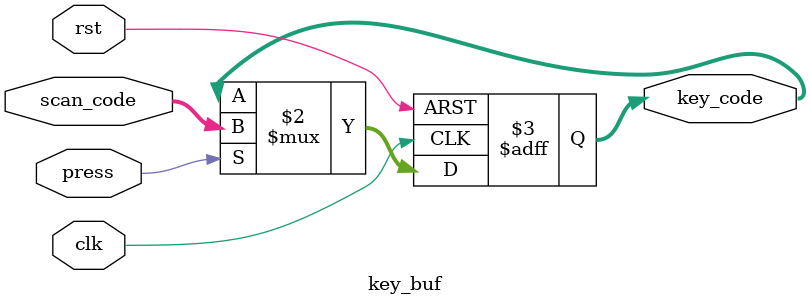
<source format=v>
module key_buf(clk, rst, press, scan_code, key_code);
input clk, rst, press;
input[3:0] scan_code;
output[3:0]key_code;
reg[3:0]key_code;
always@(posedge clk or posedge rst) begin
if(rst)
	key_code= 4'b1111;// initial value
else
	//key_code= press ? scan_code:4'b1111; 跳一次
	key_code= press ? scan_code:key_code; //會 hold住
end
endmodule

</source>
